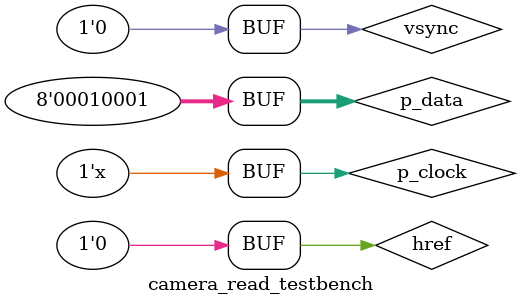
<source format=sv>
module camera_read_testbench();

// inputs 
logic p_clock;
logic vsync;
logic href;
logic [7:0] p_data;

//outputs 
logic [15:0] pixel_data;
logic [16:0] address;
logic pixel_valid;
logic frame_done;

 camera_read camera_read_1 (
        .p_clock(p_clock), 
        .vsync(vsync), 
        .href(href),
        .p_data(p_data), 
        .pixel_data(pixel_data), 
        .pixel_valid(pixel_valid),
        .frame_done(frame_done),
		  .address(address)
    );
    
    always #5 p_clock = ~p_clock;
    
    initial begin 
    
    p_clock = 0;
    vsync = 0;
    href = 0;
    p_data = 0;
    #5;
    #100;
    
    vsync = 1;
    #10;
    vsync = 0;
	 
    #10;
    href = 1; 
    p_data = 8'hFF;
    #10; 
    p_data = 8'h11;
    #10;
    href = 0;
     
	 #10;
    href = 1; 
    p_data = 8'hFF;
    #10; 
    p_data = 8'h11;
    #10;
    href = 0;
	 #10;
	 
    vsync = 1;
    #10;
    vsync = 0;
    
    
    end
    
endmodule

</source>
